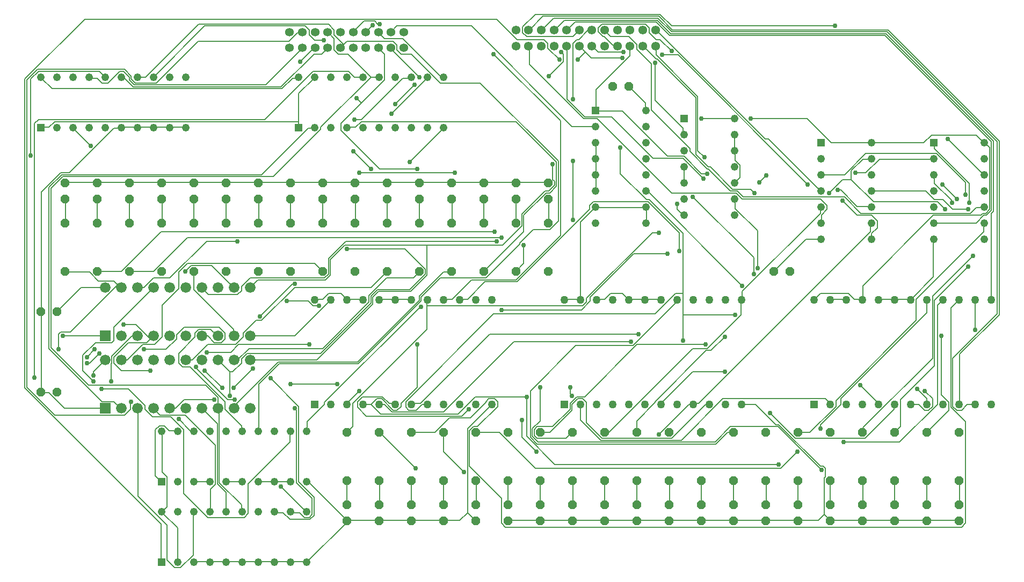
<source format=gbr>
G04 EAGLE Gerber RS-274X export*
G75*
%MOMM*%
%FSLAX34Y34*%
%LPD*%
%INTop Copper*%
%IPPOS*%
%AMOC8*
5,1,8,0,0,1.08239X$1,22.5*%
G01*
%ADD10R,1.258000X1.258000*%
%ADD11C,1.258000*%
%ADD12R,1.676400X1.676400*%
%ADD13C,1.676400*%
%ADD14R,1.238000X1.238000*%
%ADD15C,1.238000*%
%ADD16P,1.429621X8X292.500000*%
%ADD17P,1.429621X8X112.500000*%
%ADD18C,1.381000*%
%ADD19P,1.429621X8X22.500000*%
%ADD20C,1.358000*%
%ADD21C,0.152400*%
%ADD22C,0.756400*%


D10*
X482600Y311150D03*
D11*
X508000Y311150D03*
X533400Y311150D03*
X558800Y311150D03*
X584200Y311150D03*
X609600Y311150D03*
X635000Y311150D03*
X660400Y311150D03*
X685800Y311150D03*
X711200Y311150D03*
X736600Y311150D03*
X762000Y311150D03*
X762000Y476250D03*
X736600Y476250D03*
X711200Y476250D03*
X685800Y476250D03*
X660400Y476250D03*
X635000Y476250D03*
X609600Y476250D03*
X584200Y476250D03*
X558800Y476250D03*
X533400Y476250D03*
X508000Y476250D03*
X482600Y476250D03*
D10*
X876300Y311150D03*
D11*
X901700Y311150D03*
X927100Y311150D03*
X952500Y311150D03*
X977900Y311150D03*
X1003300Y311150D03*
X1028700Y311150D03*
X1054100Y311150D03*
X1079500Y311150D03*
X1104900Y311150D03*
X1130300Y311150D03*
X1155700Y311150D03*
X1155700Y476250D03*
X1130300Y476250D03*
X1104900Y476250D03*
X1079500Y476250D03*
X1054100Y476250D03*
X1028700Y476250D03*
X1003300Y476250D03*
X977900Y476250D03*
X952500Y476250D03*
X927100Y476250D03*
X901700Y476250D03*
X876300Y476250D03*
D10*
X1270000Y311150D03*
D11*
X1295400Y311150D03*
X1320800Y311150D03*
X1346200Y311150D03*
X1371600Y311150D03*
X1397000Y311150D03*
X1422400Y311150D03*
X1447800Y311150D03*
X1473200Y311150D03*
X1498600Y311150D03*
X1524000Y311150D03*
X1549400Y311150D03*
X1549400Y476250D03*
X1524000Y476250D03*
X1498600Y476250D03*
X1473200Y476250D03*
X1447800Y476250D03*
X1422400Y476250D03*
X1397000Y476250D03*
X1371600Y476250D03*
X1346200Y476250D03*
X1320800Y476250D03*
X1295400Y476250D03*
X1270000Y476250D03*
D12*
X152400Y304800D03*
D13*
X177800Y304800D03*
X203200Y304800D03*
X228600Y304800D03*
X254000Y304800D03*
X279400Y304800D03*
X304800Y304800D03*
X330200Y304800D03*
X355600Y304800D03*
X381000Y304800D03*
X381000Y381000D03*
X355600Y381000D03*
X330200Y381000D03*
X304800Y381000D03*
X279400Y381000D03*
X254000Y381000D03*
X228600Y381000D03*
X203200Y381000D03*
X177800Y381000D03*
X152400Y381000D03*
D12*
X152400Y419100D03*
D13*
X177800Y419100D03*
X203200Y419100D03*
X228600Y419100D03*
X254000Y419100D03*
X279400Y419100D03*
X304800Y419100D03*
X330200Y419100D03*
X355600Y419100D03*
X381000Y419100D03*
X381000Y495300D03*
X355600Y495300D03*
X330200Y495300D03*
X304800Y495300D03*
X279400Y495300D03*
X254000Y495300D03*
X228600Y495300D03*
X203200Y495300D03*
X177800Y495300D03*
X152400Y495300D03*
D14*
X457200Y747700D03*
D15*
X482600Y747700D03*
X508000Y747700D03*
X533400Y747700D03*
X558800Y747700D03*
X584200Y747700D03*
X609600Y747700D03*
X635000Y747700D03*
X660400Y747700D03*
X685800Y747700D03*
X685800Y827100D03*
X660400Y827100D03*
X635000Y827100D03*
X609600Y827100D03*
X584200Y827100D03*
X558800Y827100D03*
X533400Y827100D03*
X508000Y827100D03*
X482600Y827100D03*
X457200Y827100D03*
D14*
X50800Y747700D03*
D15*
X76200Y747700D03*
X101600Y747700D03*
X127000Y747700D03*
X152400Y747700D03*
X177800Y747700D03*
X203200Y747700D03*
X228600Y747700D03*
X254000Y747700D03*
X279400Y747700D03*
X279400Y827100D03*
X254000Y827100D03*
X228600Y827100D03*
X203200Y827100D03*
X177800Y827100D03*
X152400Y827100D03*
X127000Y827100D03*
X101600Y827100D03*
X76200Y827100D03*
X50800Y827100D03*
D14*
X925500Y774700D03*
D15*
X925500Y749300D03*
X925500Y723900D03*
X925500Y698500D03*
X925500Y673100D03*
X925500Y647700D03*
X925500Y622300D03*
X925500Y596900D03*
X1004900Y596900D03*
X1004900Y622300D03*
X1004900Y647700D03*
X1004900Y673100D03*
X1004900Y698500D03*
X1004900Y723900D03*
X1004900Y749300D03*
X1004900Y774700D03*
D14*
X241300Y61900D03*
D15*
X266700Y61900D03*
X292100Y61900D03*
X317500Y61900D03*
X342900Y61900D03*
X368300Y61900D03*
X393700Y61900D03*
X419100Y61900D03*
X444500Y61900D03*
X469900Y61900D03*
X469900Y141300D03*
X444500Y141300D03*
X419100Y141300D03*
X393700Y141300D03*
X368300Y141300D03*
X342900Y141300D03*
X317500Y141300D03*
X292100Y141300D03*
X266700Y141300D03*
X241300Y141300D03*
D14*
X241300Y188900D03*
D15*
X266700Y188900D03*
X292100Y188900D03*
X317500Y188900D03*
X342900Y188900D03*
X368300Y188900D03*
X393700Y188900D03*
X419100Y188900D03*
X444500Y188900D03*
X469900Y188900D03*
X469900Y268300D03*
X444500Y268300D03*
X419100Y268300D03*
X393700Y268300D03*
X368300Y268300D03*
X342900Y268300D03*
X317500Y268300D03*
X292100Y268300D03*
X266700Y268300D03*
X241300Y268300D03*
D14*
X1458900Y723900D03*
D15*
X1458900Y698500D03*
X1458900Y673100D03*
X1458900Y647700D03*
X1458900Y622300D03*
X1458900Y596900D03*
X1458900Y571500D03*
X1538300Y571500D03*
X1538300Y596900D03*
X1538300Y622300D03*
X1538300Y647700D03*
X1538300Y673100D03*
X1538300Y698500D03*
X1538300Y723900D03*
D14*
X1281100Y723900D03*
D15*
X1281100Y698500D03*
X1281100Y673100D03*
X1281100Y647700D03*
X1281100Y622300D03*
X1281100Y596900D03*
X1281100Y571500D03*
X1360500Y571500D03*
X1360500Y596900D03*
X1360500Y622300D03*
X1360500Y647700D03*
X1360500Y673100D03*
X1360500Y698500D03*
X1360500Y723900D03*
D14*
X1065200Y762000D03*
D15*
X1065200Y736600D03*
X1065200Y711200D03*
X1065200Y685800D03*
X1065200Y660400D03*
X1065200Y635000D03*
X1065200Y609600D03*
X1144600Y609600D03*
X1144600Y635000D03*
X1144600Y660400D03*
X1144600Y685800D03*
X1144600Y711200D03*
X1144600Y736600D03*
X1144600Y762000D03*
D16*
X584200Y152400D03*
X584200Y127000D03*
X635000Y152400D03*
X635000Y127000D03*
X685800Y152400D03*
X685800Y127000D03*
X736600Y152400D03*
X736600Y127000D03*
X787400Y152400D03*
X787400Y127000D03*
X838200Y152400D03*
X838200Y127000D03*
X889000Y152400D03*
X889000Y127000D03*
X939800Y152400D03*
X939800Y127000D03*
X990600Y152400D03*
X990600Y127000D03*
X1041400Y152400D03*
X1041400Y127000D03*
X1092200Y152400D03*
X1092200Y127000D03*
X1143000Y152400D03*
X1143000Y127000D03*
X1193800Y152400D03*
X1193800Y127000D03*
X1244600Y152400D03*
X1244600Y127000D03*
X1295400Y152400D03*
X1295400Y127000D03*
X1346200Y152400D03*
X1346200Y127000D03*
X1397000Y152400D03*
X1397000Y127000D03*
X1447800Y152400D03*
X1447800Y127000D03*
X1498600Y152400D03*
X1498600Y127000D03*
D17*
X584200Y190500D03*
X584200Y266700D03*
X635000Y190500D03*
X635000Y266700D03*
X685800Y190500D03*
X685800Y266700D03*
X736600Y190500D03*
X736600Y266700D03*
X787400Y190500D03*
X787400Y266700D03*
X838200Y190500D03*
X838200Y266700D03*
X889000Y190500D03*
X889000Y266700D03*
X939800Y190500D03*
X939800Y266700D03*
X990600Y190500D03*
X990600Y266700D03*
X1041400Y190500D03*
X1041400Y266700D03*
X1092200Y190500D03*
X1092200Y266700D03*
X1143000Y190500D03*
X1143000Y266700D03*
X1193800Y190500D03*
X1193800Y266700D03*
X1244600Y190500D03*
X1244600Y266700D03*
X1295400Y190500D03*
X1295400Y266700D03*
X1346200Y190500D03*
X1346200Y266700D03*
X1397000Y190500D03*
X1397000Y266700D03*
X1447800Y190500D03*
X1447800Y266700D03*
X1498600Y190500D03*
X1498600Y266700D03*
X533400Y190500D03*
X533400Y266700D03*
D16*
X533400Y152400D03*
X533400Y127000D03*
D18*
X800100Y901700D03*
X800100Y876700D03*
X820100Y901700D03*
X820100Y876700D03*
X840100Y901700D03*
X840100Y876700D03*
X860100Y901700D03*
X860100Y876700D03*
X880100Y901700D03*
X880100Y876700D03*
X900100Y901700D03*
X900100Y876700D03*
X920100Y901700D03*
X920100Y876700D03*
X940100Y901700D03*
X940100Y876700D03*
X960100Y901700D03*
X960100Y876700D03*
X980100Y901700D03*
X980100Y876700D03*
X1000100Y901700D03*
X1000100Y876700D03*
X1020100Y901700D03*
X1020100Y876700D03*
D19*
X952500Y812800D03*
X977900Y812800D03*
X1206500Y520700D03*
X1231900Y520700D03*
X50800Y457200D03*
X76200Y457200D03*
X50800Y330200D03*
X76200Y330200D03*
D17*
X800100Y635000D03*
X800100Y660400D03*
X749300Y635000D03*
X749300Y660400D03*
X698500Y635000D03*
X698500Y660400D03*
X647700Y635000D03*
X647700Y660400D03*
X596900Y635000D03*
X596900Y660400D03*
X546100Y635000D03*
X546100Y660400D03*
X495300Y635000D03*
X495300Y660400D03*
X444500Y635000D03*
X444500Y660400D03*
X393700Y635000D03*
X393700Y660400D03*
X342900Y635000D03*
X342900Y660400D03*
X292100Y635000D03*
X292100Y660400D03*
X241300Y635000D03*
X241300Y660400D03*
X190500Y635000D03*
X190500Y660400D03*
X139700Y635000D03*
X139700Y660400D03*
X88900Y635000D03*
X88900Y660400D03*
X850900Y635000D03*
X850900Y660400D03*
D16*
X800100Y596900D03*
X800100Y520700D03*
X749300Y596900D03*
X749300Y520700D03*
X698500Y596900D03*
X698500Y520700D03*
X647700Y596900D03*
X647700Y520700D03*
X596900Y596900D03*
X596900Y520700D03*
X546100Y596900D03*
X546100Y520700D03*
X495300Y596900D03*
X495300Y520700D03*
X444500Y596900D03*
X444500Y520700D03*
X393700Y596900D03*
X393700Y520700D03*
X342900Y596900D03*
X342900Y520700D03*
X292100Y596900D03*
X292100Y520700D03*
X241300Y596900D03*
X241300Y520700D03*
X190500Y596900D03*
X190500Y520700D03*
X139700Y596900D03*
X139700Y520700D03*
X88900Y596900D03*
X88900Y520700D03*
X850900Y596900D03*
X850900Y520700D03*
D20*
X443400Y898600D03*
X443400Y873600D03*
X463400Y898600D03*
X463400Y873600D03*
X483400Y898600D03*
X483400Y873600D03*
X503400Y898600D03*
X503400Y873600D03*
X523400Y898600D03*
X523400Y873600D03*
X543400Y898600D03*
X543400Y873600D03*
X563400Y898600D03*
X563400Y873600D03*
X583400Y898600D03*
X583400Y873600D03*
X603400Y898600D03*
X603400Y873600D03*
X623400Y898600D03*
X623400Y873600D03*
D21*
X609600Y477012D02*
X585216Y477012D01*
X584200Y476250D01*
X609600Y477012D02*
X633984Y477012D01*
X635000Y476250D01*
X609600Y476250D02*
X609600Y477012D01*
X451104Y419100D02*
X381000Y419100D01*
X451104Y419100D02*
X507492Y475488D01*
X508000Y476250D01*
X1144524Y711708D02*
X1144524Y736092D01*
X1144524Y711708D02*
X1144600Y711200D01*
X1144524Y736092D02*
X1144600Y736600D01*
X1065276Y685800D02*
X1065276Y661416D01*
X1065200Y660400D01*
X1065276Y685800D02*
X1065200Y685800D01*
X1054608Y627888D02*
X1054608Y618744D01*
X1063752Y609600D01*
X1065200Y609600D01*
X1146048Y696468D02*
X1146048Y710184D01*
X1146048Y696468D02*
X1153668Y688848D01*
X1153668Y669036D01*
X1146048Y661416D01*
X1146048Y710184D02*
X1144600Y711200D01*
X1146048Y661416D02*
X1144600Y660400D01*
X1028700Y477012D02*
X1004316Y477012D01*
X1003300Y476250D01*
X1028700Y476250D02*
X1028700Y477012D01*
X940308Y477012D02*
X928116Y477012D01*
X940308Y477012D02*
X949452Y486156D01*
X967740Y486156D01*
X976884Y477012D01*
X928116Y477012D02*
X927100Y476250D01*
X976884Y477012D02*
X977900Y476250D01*
X978408Y477012D02*
X1002792Y477012D01*
X1003300Y476250D01*
X978408Y477012D02*
X977900Y476250D01*
X926592Y673608D02*
X926592Y697992D01*
X926592Y673608D02*
X925500Y673100D01*
X926592Y697992D02*
X925500Y698500D01*
X926592Y699516D02*
X926592Y723900D01*
X925500Y723900D01*
X926592Y699516D02*
X925500Y698500D01*
X926592Y672084D02*
X926592Y647700D01*
X925500Y647700D01*
X926592Y672084D02*
X925500Y673100D01*
X685800Y746760D02*
X632460Y693420D01*
X685800Y746760D02*
X685800Y747700D01*
X278892Y748284D02*
X254508Y748284D01*
X254000Y747700D01*
X278892Y748284D02*
X279400Y747700D01*
X202692Y748284D02*
X178308Y748284D01*
X177800Y747700D01*
X202692Y748284D02*
X203200Y747700D01*
X204216Y748284D02*
X228600Y748284D01*
X204216Y748284D02*
X203200Y747700D01*
X228600Y748284D02*
X252984Y748284D01*
X254000Y747700D01*
X228600Y747700D02*
X228600Y748284D01*
X64008Y329184D02*
X51816Y329184D01*
X64008Y329184D02*
X88392Y304800D01*
X152400Y304800D01*
X51816Y329184D02*
X50800Y330200D01*
X51816Y330708D02*
X51816Y457200D01*
X51816Y330708D02*
X50800Y330200D01*
X85344Y419100D02*
X152400Y419100D01*
X166116Y746760D02*
X176784Y746760D01*
X166116Y746760D02*
X96012Y676656D01*
X82296Y676656D01*
X51816Y646176D01*
X51816Y457200D01*
X176784Y746760D02*
X177800Y747700D01*
X51816Y457200D02*
X50800Y457200D01*
X1347216Y128016D02*
X1395984Y128016D01*
X1347216Y128016D02*
X1346200Y127000D01*
X1395984Y128016D02*
X1397000Y127000D01*
X1397508Y128016D02*
X1447800Y128016D01*
X1397508Y128016D02*
X1397000Y127000D01*
X1447800Y128016D02*
X1498092Y128016D01*
X1447800Y128016D02*
X1447800Y127000D01*
X1498092Y128016D02*
X1498600Y127000D01*
X1281100Y571500D02*
X1257300Y571500D01*
X1206500Y520700D01*
X1295400Y477012D02*
X1319784Y477012D01*
X1295400Y477012D02*
X1295400Y476250D01*
X1319784Y477012D02*
X1320800Y476250D01*
X1371600Y477012D02*
X1395984Y477012D01*
X1371600Y477012D02*
X1371600Y476250D01*
X1395984Y477012D02*
X1397000Y476250D01*
X1458468Y512064D02*
X1458468Y571500D01*
X1458468Y512064D02*
X1423416Y477012D01*
X1458468Y571500D02*
X1458900Y571500D01*
X1423416Y477012D02*
X1422400Y476250D01*
X1421892Y477012D02*
X1397508Y477012D01*
X1397000Y476250D01*
X1421892Y477012D02*
X1422400Y476250D01*
X1243584Y128016D02*
X1194816Y128016D01*
X1193800Y127000D01*
X1243584Y128016D02*
X1244600Y127000D01*
X1178052Y310896D02*
X1156716Y310896D01*
X1178052Y310896D02*
X1210056Y278892D01*
X1214628Y278892D01*
X1280160Y213360D01*
X1284732Y213360D01*
X1287780Y210312D01*
X1287780Y196596D01*
X1286256Y195072D01*
X1286256Y137160D01*
X1295400Y128016D01*
X1156716Y310896D02*
X1155700Y311150D01*
X1245108Y128016D02*
X1277112Y128016D01*
X1286256Y137160D01*
X1245108Y128016D02*
X1244600Y127000D01*
X316992Y188976D02*
X292608Y188976D01*
X292100Y188900D01*
X316992Y188976D02*
X317500Y188900D01*
X394716Y188976D02*
X419100Y188976D01*
X394716Y188976D02*
X393700Y188900D01*
X419100Y188976D02*
X443484Y188976D01*
X444500Y188900D01*
X419100Y188976D02*
X419100Y188900D01*
X367284Y188976D02*
X342900Y188976D01*
X342900Y188900D01*
X367284Y188976D02*
X368300Y188900D01*
X890016Y128016D02*
X938784Y128016D01*
X890016Y128016D02*
X889000Y127000D01*
X938784Y128016D02*
X939800Y127000D01*
X940308Y128016D02*
X990600Y128016D01*
X940308Y128016D02*
X939800Y127000D01*
X1042416Y128016D02*
X1091184Y128016D01*
X1042416Y128016D02*
X1041400Y127000D01*
X1091184Y128016D02*
X1092200Y127000D01*
X1092708Y128016D02*
X1143000Y128016D01*
X1092708Y128016D02*
X1092200Y127000D01*
X1040892Y128016D02*
X990600Y128016D01*
X990600Y127000D01*
X1040892Y128016D02*
X1041400Y127000D01*
X316992Y62484D02*
X292608Y62484D01*
X292100Y61900D01*
X316992Y62484D02*
X317500Y61900D01*
X318516Y62484D02*
X342900Y62484D01*
X318516Y62484D02*
X317500Y61900D01*
X445008Y62484D02*
X469392Y62484D01*
X445008Y62484D02*
X444500Y61900D01*
X469392Y62484D02*
X469900Y61900D01*
X393192Y62484D02*
X368808Y62484D01*
X368300Y61900D01*
X393192Y62484D02*
X393700Y61900D01*
X394716Y62484D02*
X419100Y62484D01*
X394716Y62484D02*
X393700Y61900D01*
X419100Y62484D02*
X443484Y62484D01*
X444500Y61900D01*
X419100Y61900D02*
X419100Y62484D01*
X367284Y62484D02*
X342900Y62484D01*
X342900Y61900D01*
X367284Y62484D02*
X368300Y61900D01*
X533400Y128016D02*
X583692Y128016D01*
X584200Y127000D01*
X585216Y128016D02*
X633984Y128016D01*
X635000Y127000D01*
X585216Y128016D02*
X584200Y127000D01*
X723900Y272796D02*
X762000Y310896D01*
X723900Y272796D02*
X723900Y140208D01*
X736092Y128016D01*
X762000Y310896D02*
X762000Y311150D01*
X736092Y128016D02*
X736600Y127000D01*
X711708Y128016D02*
X685800Y128016D01*
X711708Y128016D02*
X723900Y140208D01*
X787908Y128016D02*
X838200Y128016D01*
X787908Y128016D02*
X787400Y127000D01*
X685800Y128016D02*
X635508Y128016D01*
X635000Y127000D01*
X685800Y127000D02*
X685800Y128016D01*
X533400Y124968D02*
X470916Y62484D01*
X533400Y124968D02*
X533400Y127000D01*
X470916Y62484D02*
X469900Y61900D01*
X838200Y128016D02*
X888492Y128016D01*
X889000Y127000D01*
X838200Y127000D02*
X838200Y128016D01*
X473964Y187452D02*
X470916Y187452D01*
X473964Y187452D02*
X533400Y128016D01*
X470916Y187452D02*
X469900Y188900D01*
X533400Y128016D02*
X533400Y127000D01*
X1143000Y128016D02*
X1193292Y128016D01*
X1193800Y127000D01*
X1143000Y127000D02*
X1143000Y128016D01*
X1295400Y128016D02*
X1345692Y128016D01*
X1346200Y127000D01*
X1295400Y127000D02*
X1295400Y128016D01*
X1146048Y620268D02*
X1146048Y633984D01*
X1146048Y620268D02*
X1181100Y585216D01*
X1181100Y525780D01*
X1146048Y633984D02*
X1144600Y635000D01*
D22*
X1054608Y627888D03*
X632460Y693420D03*
X85344Y419100D03*
X1181100Y525780D03*
D21*
X291084Y140208D02*
X291084Y73152D01*
X271272Y53340D01*
X262128Y53340D01*
X249936Y65532D01*
X249936Y120396D01*
X204216Y166116D01*
X204216Y304800D01*
X292100Y141300D02*
X291084Y140208D01*
X204216Y304800D02*
X203200Y304800D01*
X964692Y675132D02*
X964692Y716280D01*
X964692Y675132D02*
X1005840Y633984D01*
X1010412Y633984D01*
X1063752Y580644D01*
X1063752Y452628D02*
X1063752Y411480D01*
X1063752Y452628D02*
X1063752Y486156D01*
X1063752Y580644D01*
X659892Y310896D02*
X652272Y310896D01*
X643128Y301752D01*
X630936Y301752D01*
X626364Y306324D01*
X626364Y315468D01*
X765048Y454152D01*
X1019556Y454152D01*
X1051560Y486156D01*
X1063752Y486156D01*
X660400Y311150D02*
X659892Y310896D01*
X1447800Y311150D02*
X1447800Y320040D01*
X1432560Y335280D01*
X1146048Y452628D02*
X1063752Y452628D01*
D22*
X964692Y716280D03*
X1063752Y411480D03*
X1432560Y335280D03*
X1146048Y452628D03*
D21*
X649224Y312420D02*
X635508Y312420D01*
X649224Y312420D02*
X758952Y422148D01*
X993648Y422148D01*
X635508Y312420D02*
X635000Y311150D01*
X1423416Y310896D02*
X1435608Y310896D01*
X1444752Y301752D01*
X1450848Y301752D01*
X1456944Y307848D01*
X1456944Y320040D01*
X1444752Y332232D01*
X1129284Y362712D02*
X1078992Y362712D01*
X1028700Y312420D01*
X1422400Y311150D02*
X1423416Y310896D01*
X1028700Y311150D02*
X1028700Y312420D01*
D22*
X993648Y422148D03*
X1444752Y332232D03*
X1129284Y362712D03*
D21*
X609600Y312420D02*
X600456Y312420D01*
X589788Y323088D01*
X557784Y323088D01*
X550164Y315468D01*
X550164Y306324D01*
X563880Y292608D01*
X714756Y292608D01*
X725424Y303276D01*
X609600Y311150D02*
X609600Y312420D01*
X1395984Y310896D02*
X1395984Y303276D01*
X1350264Y257556D01*
X1240536Y257556D01*
X1200912Y297180D01*
X1395984Y310896D02*
X1397000Y311150D01*
D22*
X725424Y303276D03*
X1200912Y297180D03*
D21*
X592836Y310896D02*
X585216Y310896D01*
X592836Y310896D02*
X605028Y298704D01*
X685800Y298704D01*
X797052Y409956D01*
X981456Y409956D01*
X585216Y310896D02*
X584200Y311150D01*
X1342644Y341376D02*
X1371600Y312420D01*
X1156716Y498348D02*
X1007364Y647700D01*
X1004900Y647700D01*
X1371600Y312420D02*
X1371600Y311150D01*
D22*
X981456Y409956D03*
X1342644Y341376D03*
X1156716Y498348D03*
D21*
X553212Y332232D02*
X533400Y312420D01*
X533400Y311150D01*
X228600Y521208D02*
X190500Y521208D01*
X228600Y521208D02*
X281940Y574548D01*
X777240Y574548D01*
X190500Y521208D02*
X190500Y520700D01*
D22*
X553212Y332232D03*
X777240Y574548D03*
D21*
X266700Y115824D02*
X266700Y61900D01*
X266700Y115824D02*
X242316Y140208D01*
X241300Y141300D01*
X242316Y204216D02*
X242316Y268224D01*
X242316Y204216D02*
X249936Y196596D01*
X249936Y149352D01*
X242316Y141732D01*
X242316Y268224D02*
X241300Y268300D01*
X242316Y141732D02*
X241300Y141300D01*
X483108Y477012D02*
X495300Y477012D01*
X504444Y486156D01*
X524256Y486156D01*
X533400Y477012D01*
X483108Y477012D02*
X482600Y476250D01*
X533400Y477012D02*
X557784Y477012D01*
X558800Y476250D01*
X533400Y476250D02*
X533400Y477012D01*
X457200Y826008D02*
X448056Y826008D01*
X431292Y809244D01*
X68580Y809244D01*
X51816Y826008D01*
X457200Y826008D02*
X457200Y827100D01*
X51816Y826008D02*
X50800Y827100D01*
X114300Y495300D02*
X152400Y495300D01*
X114300Y495300D02*
X76200Y457200D01*
X134112Y362712D02*
X134112Y356616D01*
X134112Y362712D02*
X152400Y381000D01*
X1333500Y477012D02*
X1345692Y477012D01*
X1333500Y477012D02*
X1324356Y486156D01*
X1280160Y486156D01*
X1271016Y477012D01*
X1345692Y477012D02*
X1346200Y476250D01*
X1271016Y477012D02*
X1270000Y476250D01*
X1360500Y723900D02*
X1443228Y723900D01*
X1455420Y736092D01*
X1525524Y736092D01*
X1537716Y723900D01*
X1538300Y723900D01*
X1347216Y498348D02*
X1347216Y477012D01*
X1347216Y498348D02*
X1458468Y609600D01*
X1533144Y609600D01*
X1536192Y612648D01*
X1540764Y612648D01*
X1546860Y618744D01*
X1546860Y716280D01*
X1539240Y723900D01*
X1347216Y477012D02*
X1346200Y476250D01*
X1538300Y723900D02*
X1539240Y723900D01*
X900684Y477012D02*
X876300Y477012D01*
X876300Y476250D01*
X900684Y477012D02*
X901700Y476250D01*
X926592Y621792D02*
X1004316Y621792D01*
X926592Y621792D02*
X925500Y622300D01*
X1004316Y621792D02*
X1004900Y622300D01*
X1005840Y621792D02*
X1005840Y597408D01*
X1004900Y596900D01*
X1005840Y621792D02*
X1004900Y622300D01*
X902208Y598932D02*
X902208Y477012D01*
X902208Y598932D02*
X925068Y621792D01*
X902208Y477012D02*
X901700Y476250D01*
X925068Y621792D02*
X925500Y622300D01*
X1004316Y775716D02*
X1004316Y786384D01*
X977900Y812800D01*
X1004316Y775716D02*
X1004900Y774700D01*
X1092708Y762000D02*
X1144600Y762000D01*
X1296924Y723900D02*
X1360500Y723900D01*
X1296924Y723900D02*
X1258824Y762000D01*
X1170432Y762000D01*
D22*
X134112Y356616D03*
X1092708Y762000D03*
X1170432Y762000D03*
D21*
X266700Y269748D02*
X252984Y269748D01*
X245364Y277368D01*
X237744Y277368D01*
X231648Y271272D01*
X231648Y198120D01*
X240792Y188976D01*
X266700Y268300D02*
X266700Y269748D01*
X241300Y188900D02*
X240792Y188976D01*
X1373124Y697992D02*
X1458468Y697992D01*
X1373124Y697992D02*
X1351788Y676656D01*
X1335024Y676656D01*
X967740Y858012D02*
X918972Y858012D01*
X909828Y867156D02*
X900684Y876300D01*
X909828Y867156D02*
X918972Y858012D01*
X1458468Y697992D02*
X1458900Y698500D01*
X900684Y876300D02*
X900100Y876700D01*
X240792Y121920D02*
X240792Y62484D01*
X240792Y121920D02*
X25908Y336804D01*
X25908Y824484D01*
X120396Y918972D01*
X769620Y918972D01*
X801624Y886968D01*
X844296Y886968D01*
X850392Y880872D01*
X850392Y873252D01*
X868680Y854964D01*
X897636Y854964D02*
X909828Y867156D01*
X240792Y62484D02*
X241300Y61900D01*
D22*
X1335024Y676656D03*
X967740Y858012D03*
X868680Y854964D03*
X897636Y854964D03*
D21*
X318516Y176784D02*
X318516Y141732D01*
X318516Y176784D02*
X326136Y184404D01*
X326136Y246888D01*
X278892Y294132D01*
X239268Y294132D01*
X228600Y304800D01*
X317500Y141300D02*
X318516Y141732D01*
X455676Y897636D02*
X463296Y897636D01*
X455676Y897636D02*
X441960Y883920D01*
X298704Y883920D01*
X233172Y818388D01*
X199644Y818388D01*
X193548Y824484D01*
X193548Y829056D01*
X182880Y839724D01*
X45720Y839724D01*
X28956Y822960D01*
X28956Y338328D01*
X73152Y294132D01*
X182880Y294132D01*
X192024Y303276D01*
X192024Y313944D01*
X193548Y315468D01*
X463296Y897636D02*
X463400Y898600D01*
D22*
X193548Y315468D03*
D21*
X342900Y172212D02*
X342900Y141300D01*
X342900Y172212D02*
X329184Y185928D01*
X329184Y280416D01*
X304800Y304800D01*
X545592Y827532D02*
X557784Y827532D01*
X545592Y827532D02*
X536448Y836676D01*
X480060Y836676D01*
X403860Y760476D01*
X47244Y760476D01*
X41148Y754380D01*
X41148Y353568D01*
X557784Y827532D02*
X558800Y827100D01*
D22*
X41148Y353568D03*
D21*
X571500Y827532D02*
X583692Y827532D01*
X571500Y827532D02*
X534924Y864108D01*
X519684Y864108D01*
X513588Y870204D01*
X513588Y888492D01*
X504444Y897636D01*
X583692Y827532D02*
X584200Y827100D01*
X504444Y897636D02*
X503400Y898600D01*
X367284Y152400D02*
X367284Y141732D01*
X367284Y152400D02*
X332232Y187452D01*
X332232Y303276D01*
X330708Y304800D01*
X367284Y141732D02*
X368300Y141300D01*
X492252Y748284D02*
X571500Y827532D01*
X492252Y748284D02*
X492252Y745236D01*
X417576Y670560D01*
X85344Y670560D01*
X67056Y652272D01*
X67056Y400812D01*
X126492Y341376D01*
X310896Y341376D01*
X330708Y321564D01*
X330708Y304800D01*
X330200Y304800D01*
X348996Y324612D02*
X348996Y362712D01*
X330708Y381000D01*
X330200Y381000D01*
X533400Y556260D02*
X624840Y556260D01*
X656844Y524256D01*
X656844Y516636D01*
X632460Y492252D01*
X582168Y492252D01*
X571500Y481584D01*
X571500Y470916D01*
X492252Y391668D01*
X376428Y391668D01*
X367284Y382524D01*
X367284Y376428D01*
X353568Y362712D01*
X348996Y362712D01*
D22*
X348996Y324612D03*
X533400Y556260D03*
D21*
X582168Y911352D02*
X585216Y911352D01*
X582168Y911352D02*
X577596Y915924D01*
X560832Y915924D01*
X544068Y899160D01*
X543400Y898600D01*
X432816Y140208D02*
X419100Y140208D01*
X432816Y140208D02*
X443484Y129540D01*
X475488Y129540D01*
X481584Y135636D01*
X481584Y164592D01*
X457200Y188976D01*
X457200Y307848D01*
X413004Y352044D01*
X419100Y141300D02*
X419100Y140208D01*
X621792Y826008D02*
X633984Y826008D01*
X621792Y826008D02*
X556260Y760476D01*
X545592Y760476D01*
X544068Y710184D02*
X571500Y682752D01*
X633984Y826008D02*
X635000Y827100D01*
D22*
X585216Y911352D03*
X413004Y352044D03*
X545592Y760476D03*
X544068Y710184D03*
X571500Y682752D03*
D21*
X563880Y899160D02*
X574548Y909828D01*
X563880Y899160D02*
X563400Y898600D01*
X458724Y140208D02*
X445008Y140208D01*
X458724Y140208D02*
X466344Y132588D01*
X473964Y132588D01*
X478536Y137160D01*
X478536Y163068D01*
X454152Y187452D01*
X454152Y301752D01*
X451104Y304800D01*
X473964Y405384D02*
X362712Y405384D01*
X350520Y393192D01*
X312420Y393192D01*
X444500Y141300D02*
X445008Y140208D01*
X603504Y769620D02*
X659892Y826008D01*
X451104Y501396D02*
X448056Y501396D01*
X396240Y449580D01*
X659892Y826008D02*
X660400Y827100D01*
D22*
X574548Y909828D03*
X451104Y304800D03*
X473964Y405384D03*
X312420Y393192D03*
X603504Y769620D03*
X451104Y501396D03*
X396240Y449580D03*
D21*
X682752Y827532D02*
X685800Y827532D01*
X682752Y827532D02*
X621792Y888492D01*
X592836Y888492D01*
X583692Y897636D01*
X685800Y827532D02*
X685800Y827100D01*
X583692Y897636D02*
X583400Y898600D01*
X429768Y181356D02*
X469392Y141732D01*
X356616Y318516D02*
X345948Y318516D01*
X295656Y368808D01*
X295656Y370332D01*
X469392Y141732D02*
X469900Y141300D01*
X128016Y376428D02*
X123444Y376428D01*
X128016Y376428D02*
X143256Y391668D01*
D22*
X429768Y181356D03*
X356616Y318516D03*
X295656Y370332D03*
X123444Y376428D03*
X143256Y391668D03*
D21*
X470916Y283464D02*
X470916Y269748D01*
X470916Y283464D02*
X498348Y310896D01*
X498348Y313944D01*
X649224Y464820D01*
X650748Y464820D01*
X644652Y682752D02*
X585216Y682752D01*
X524256Y743712D01*
X524256Y754380D01*
X556260Y786384D02*
X592836Y822960D01*
X556260Y786384D02*
X524256Y754380D01*
X592836Y822960D02*
X592836Y864108D01*
X583692Y873252D01*
X470916Y269748D02*
X469900Y268300D01*
X583692Y873252D02*
X583400Y873600D01*
X548640Y794004D02*
X556260Y786384D01*
X213360Y495300D02*
X203200Y495300D01*
X213360Y495300D02*
X228600Y510540D01*
X254508Y510540D01*
X312420Y568452D01*
X361188Y568452D01*
D22*
X650748Y464820D03*
X644652Y682752D03*
X548640Y794004D03*
X361188Y568452D03*
D21*
X443484Y268224D02*
X443484Y251460D01*
X377952Y185928D01*
X377952Y138684D01*
X371856Y132588D01*
X313944Y132588D01*
X275844Y170688D01*
X275844Y271272D01*
X256032Y291084D01*
X227076Y291084D01*
X214884Y303276D01*
X214884Y309372D01*
X188976Y335280D01*
X146304Y335280D01*
X134112Y347472D02*
X117348Y364236D01*
X117348Y388620D01*
X137160Y408432D01*
X163068Y408432D01*
X166116Y411480D01*
X166116Y432816D01*
X228600Y495300D01*
X443484Y268224D02*
X444500Y268300D01*
D22*
X146304Y335280D03*
X134112Y347472D03*
D21*
X531876Y568452D02*
X769620Y568452D01*
X531876Y568452D02*
X504444Y541020D01*
X504444Y516636D01*
X498348Y510540D01*
X381000Y510540D01*
X367284Y496824D01*
X367284Y490728D01*
X361188Y484632D01*
X315468Y484632D01*
X304800Y495300D01*
X483108Y885444D02*
X496824Y885444D01*
X483108Y885444D02*
X473964Y894588D01*
X473964Y902208D01*
X467868Y908304D01*
X309372Y908304D01*
X228600Y827532D01*
X228600Y827100D01*
D22*
X769620Y568452D03*
X496824Y885444D03*
D21*
X394716Y342900D02*
X394716Y269748D01*
X394716Y342900D02*
X426720Y374904D01*
X551688Y374904D01*
X650748Y473964D01*
X650748Y480060D01*
X681228Y510540D01*
X752856Y510540D01*
X806196Y563880D01*
X806196Y565404D01*
X827532Y586740D01*
X853440Y586740D01*
X867156Y600456D01*
X867156Y694944D01*
X743712Y818388D01*
X681228Y818388D01*
X635508Y864108D01*
X618744Y864108D01*
X612648Y870204D01*
X612648Y877824D01*
X606552Y883920D01*
X533400Y883920D01*
X528828Y879348D02*
X524256Y874776D01*
X528828Y879348D02*
X533400Y883920D01*
X394716Y269748D02*
X393700Y268300D01*
X523400Y873600D02*
X524256Y874776D01*
X216408Y827532D02*
X204216Y827532D01*
X216408Y827532D02*
X300228Y911352D01*
X504444Y911352D01*
X513588Y902208D01*
X513588Y894588D01*
X528828Y879348D01*
X204216Y827532D02*
X203200Y827100D01*
X367284Y277368D02*
X367284Y269748D01*
X367284Y277368D02*
X341376Y303276D01*
X341376Y315468D01*
X286512Y370332D01*
X274320Y370332D01*
X268224Y376428D01*
X268224Y391668D01*
X294132Y417576D01*
X294132Y423672D01*
X300228Y429768D01*
X318516Y429768D01*
X329184Y419100D01*
X367284Y269748D02*
X368300Y268300D01*
X330200Y419100D02*
X329184Y419100D01*
X182880Y826008D02*
X178308Y826008D01*
X182880Y826008D02*
X196596Y812292D01*
X429768Y812292D01*
X481584Y864108D01*
X493776Y864108D01*
X502920Y873252D01*
X178308Y826008D02*
X177800Y827100D01*
X502920Y873252D02*
X503400Y873600D01*
X483108Y874776D02*
X460248Y851916D01*
X483400Y873600D02*
X483108Y874776D01*
X35052Y824484D02*
X35052Y704088D01*
X35052Y824484D02*
X47244Y836676D01*
X143256Y836676D01*
X152400Y827532D01*
X152400Y827100D01*
X304800Y419100D02*
X313944Y419100D01*
X324612Y408432D01*
X335280Y408432D01*
X341376Y414528D01*
X341376Y423672D01*
X332232Y432816D01*
X277368Y432816D01*
X265176Y420624D01*
X265176Y414528D01*
X248412Y397764D01*
X213360Y397764D01*
X135636Y397764D02*
X123444Y385572D01*
D22*
X460248Y851916D03*
X35052Y704088D03*
X213360Y397764D03*
X135636Y397764D03*
X123444Y385572D03*
D21*
X309372Y364236D02*
X336804Y336804D01*
X224028Y364236D02*
X178308Y364236D01*
X166116Y376428D01*
X166116Y385572D01*
X188976Y408432D01*
X217932Y408432D01*
X224028Y414528D01*
X140208Y826008D02*
X128016Y826008D01*
X140208Y826008D02*
X147828Y818388D01*
X156972Y818388D01*
X175260Y836676D01*
X181356Y836676D01*
X190500Y827532D01*
X190500Y822960D01*
X198120Y815340D01*
X405384Y815340D01*
X463296Y873252D01*
X128016Y826008D02*
X127000Y827100D01*
X463296Y873252D02*
X463400Y873600D01*
X201168Y437388D02*
X224028Y414528D01*
X201168Y437388D02*
X181356Y437388D01*
X224028Y414528D02*
X228600Y419100D01*
D22*
X336804Y336804D03*
X309372Y364236D03*
X224028Y364236D03*
X181356Y437388D03*
D21*
X286512Y269748D02*
X291084Y269748D01*
X286512Y269748D02*
X268224Y288036D01*
X161544Y347472D02*
X161544Y374904D01*
X163068Y376428D01*
X163068Y387096D01*
X195072Y419100D01*
X203200Y419100D01*
X291084Y269748D02*
X292100Y268300D01*
D22*
X268224Y288036D03*
X161544Y347472D03*
D21*
X457200Y757428D02*
X457200Y801624D01*
X457200Y757428D02*
X457200Y747700D01*
X457200Y801624D02*
X481584Y826008D01*
X482600Y827100D01*
X64008Y748284D02*
X51816Y748284D01*
X64008Y748284D02*
X73152Y757428D01*
X457200Y757428D01*
X51816Y748284D02*
X50800Y747700D01*
X1360932Y580644D02*
X1360932Y571500D01*
X1360932Y580644D02*
X1370076Y589788D01*
X1370076Y600456D01*
X1360932Y609600D01*
X1338072Y609600D01*
X1315212Y632460D01*
X1260348Y658368D02*
X1056132Y862584D01*
X1030224Y862584D01*
X969264Y867156D02*
X929640Y867156D01*
X920496Y876300D01*
X1360500Y571500D02*
X1360932Y571500D01*
X920496Y876300D02*
X920100Y876700D01*
X640080Y815340D02*
X609600Y784860D01*
X851916Y829056D02*
X874776Y851916D01*
X874776Y864108D01*
X871728Y867156D01*
D22*
X1315212Y632460D03*
X1260348Y658368D03*
X1030224Y862584D03*
X969264Y867156D03*
X609600Y784860D03*
X640080Y815340D03*
X851916Y829056D03*
X871728Y867156D03*
D21*
X129540Y719328D02*
X102108Y746760D01*
X101600Y747700D01*
D22*
X129540Y719328D03*
D21*
X472440Y746760D02*
X481584Y746760D01*
X472440Y746760D02*
X399288Y673608D01*
X83820Y673608D01*
X64008Y653796D01*
X64008Y399288D01*
X147828Y315468D01*
X166116Y315468D01*
X176784Y304800D01*
X481584Y746760D02*
X482600Y747700D01*
X177800Y304800D02*
X176784Y304800D01*
X553212Y676656D02*
X704088Y676656D01*
D22*
X704088Y676656D03*
X553212Y676656D03*
D21*
X812292Y562356D02*
X812292Y533400D01*
X800100Y521208D01*
X800100Y520700D01*
X263652Y304800D02*
X254000Y304800D01*
X263652Y304800D02*
X277368Y318516D01*
X324612Y318516D01*
X355092Y336804D02*
X385572Y367284D01*
D22*
X812292Y562356D03*
X324612Y318516D03*
X355092Y336804D03*
X385572Y367284D03*
D21*
X533400Y748284D02*
X547116Y748284D01*
X556260Y757428D01*
X800100Y757428D01*
X864108Y693420D01*
X864108Y655320D01*
X853440Y644652D01*
X847344Y644652D01*
X812292Y609600D01*
X812292Y583692D01*
X749300Y520700D01*
X533400Y747700D02*
X533400Y748284D01*
X518160Y342900D02*
X445008Y342900D01*
D22*
X445008Y342900D03*
X518160Y342900D03*
D21*
X356616Y309372D02*
X356616Y304800D01*
X356616Y309372D02*
X425196Y377952D01*
X550164Y377952D01*
X647700Y475488D01*
X647700Y481584D01*
X685800Y519684D01*
X697992Y519684D01*
X356616Y304800D02*
X355600Y304800D01*
X697992Y519684D02*
X698500Y520700D01*
X128016Y519684D02*
X89916Y519684D01*
X128016Y519684D02*
X141732Y505968D01*
X166116Y505968D01*
X172212Y499872D02*
X176784Y495300D01*
X172212Y499872D02*
X166116Y505968D01*
X89916Y519684D02*
X88900Y520700D01*
X176784Y495300D02*
X177800Y495300D01*
X172212Y499872D02*
X97536Y425196D01*
X82296Y425196D01*
X79248Y422148D01*
X79248Y397764D01*
X172212Y499872D02*
X177800Y495300D01*
D22*
X79248Y397764D03*
D21*
X902208Y310896D02*
X902208Y286512D01*
X934212Y254508D01*
X1060704Y254508D01*
X1126236Y320040D01*
X1287780Y320040D01*
X1295400Y312420D01*
X902208Y310896D02*
X901700Y311150D01*
X1295400Y311150D02*
X1295400Y312420D01*
X178308Y521208D02*
X140208Y521208D01*
X178308Y521208D02*
X240792Y583692D01*
X766572Y583692D01*
X885444Y338328D02*
X885444Y327660D01*
X888492Y324612D01*
X140208Y521208D02*
X139700Y520700D01*
D22*
X766572Y583692D03*
X885444Y338328D03*
X888492Y324612D03*
D21*
X288036Y530352D02*
X278892Y521208D01*
X288036Y530352D02*
X320040Y530352D01*
X355092Y495300D01*
X355600Y495300D01*
X559308Y310896D02*
X571500Y310896D01*
X586740Y295656D01*
X708660Y295656D01*
X736092Y323088D01*
X816864Y323088D01*
X559308Y310896D02*
X558800Y311150D01*
X861060Y216408D02*
X1214628Y216408D01*
X861060Y216408D02*
X816864Y260604D01*
X816864Y323088D01*
X472440Y473964D02*
X438912Y473964D01*
X472440Y473964D02*
X480060Y466344D01*
X489204Y466344D01*
X644652Y405384D02*
X644652Y338328D01*
X618744Y312420D01*
X618744Y307848D01*
X612648Y301752D01*
X606552Y301752D01*
X588264Y320040D01*
X580644Y320040D01*
X571500Y310896D01*
D22*
X278892Y521208D03*
X816864Y323088D03*
X1214628Y216408D03*
X438912Y473964D03*
X489204Y466344D03*
X644652Y405384D03*
D21*
X187452Y381000D02*
X177800Y381000D01*
X187452Y381000D02*
X211836Y405384D01*
X230124Y405384D01*
X242316Y417576D01*
X242316Y467868D01*
X268224Y493776D01*
X268224Y519684D01*
X281940Y533400D01*
X483108Y533400D01*
X495300Y521208D01*
X495300Y520700D01*
X289560Y381000D02*
X279400Y381000D01*
X289560Y381000D02*
X313944Y405384D01*
X358140Y405384D01*
X370332Y417576D01*
X370332Y423672D01*
X390144Y443484D01*
X399288Y443484D01*
X451104Y495300D01*
X571500Y495300D01*
X596900Y520700D01*
X361188Y381000D02*
X355600Y381000D01*
X361188Y381000D02*
X379476Y399288D01*
X495300Y399288D01*
X568452Y472440D01*
X568452Y483108D01*
X595884Y510540D01*
X638556Y510540D01*
X647700Y519684D01*
X647700Y520700D01*
X355092Y429768D02*
X355092Y419100D01*
X355092Y429768D02*
X292608Y492252D01*
X292608Y519684D01*
X355092Y419100D02*
X355600Y419100D01*
X292608Y519684D02*
X292100Y520700D01*
X1459992Y714756D02*
X1459992Y723900D01*
X1459992Y714756D02*
X1514856Y659892D01*
X1514856Y629412D01*
X1459992Y723900D02*
X1458900Y723900D01*
X672084Y266700D02*
X635000Y266700D01*
X672084Y266700D02*
X694944Y289560D01*
X728472Y289560D01*
X752856Y313944D01*
X752856Y315468D01*
X757428Y320040D01*
X766572Y320040D01*
X771144Y315468D01*
X771144Y307848D01*
X739140Y275844D01*
X733044Y275844D01*
X726948Y269748D01*
X726948Y213360D01*
X777240Y163068D01*
X777240Y123444D01*
X783336Y117348D01*
X1502664Y117348D01*
X1508760Y123444D01*
X1508760Y283464D01*
X1485900Y306324D01*
X1485900Y463296D01*
X1498092Y475488D01*
X1498600Y476250D01*
D22*
X1514856Y629412D03*
D21*
X1459992Y659892D02*
X1459992Y672084D01*
X1459992Y659892D02*
X1487424Y632460D01*
X1487424Y629412D01*
X1459992Y672084D02*
X1458900Y673100D01*
X685800Y266700D02*
X685800Y236220D01*
X717804Y204216D01*
X1316736Y251460D02*
X1405128Y251460D01*
X1464564Y310896D01*
X1464564Y467868D01*
X1472184Y475488D01*
X1473200Y476250D01*
D22*
X1487424Y629412D03*
X717804Y204216D03*
X1316736Y251460D03*
D21*
X1063752Y737616D02*
X1063752Y746760D01*
X1019556Y790956D01*
X1019556Y850392D01*
X1063752Y737616D02*
X1065200Y736600D01*
X1175004Y542544D02*
X1175004Y516636D01*
X1175004Y542544D02*
X1078992Y638556D01*
X774192Y266700D02*
X736600Y266700D01*
X774192Y266700D02*
X830580Y210312D01*
X1217676Y210312D01*
X1243584Y236220D01*
X1280160Y272796D02*
X1280160Y278892D01*
X1312164Y310896D01*
X1312164Y320040D01*
X1447800Y455676D01*
X1447800Y476250D01*
D22*
X1019556Y850392D03*
X1175004Y516636D03*
X1078992Y638556D03*
X1243584Y236220D03*
X1280160Y272796D03*
D21*
X1143000Y266700D02*
X1133856Y266700D01*
X1115568Y248412D01*
X833628Y248412D01*
X822960Y259080D01*
X822960Y332232D01*
X894588Y403860D01*
X984504Y403860D01*
X1053084Y472440D01*
X1053084Y475488D01*
X1054100Y476250D01*
X1359408Y583692D02*
X1359408Y595884D01*
X1359408Y583692D02*
X1088136Y312420D01*
X1080516Y312420D01*
X1359408Y595884D02*
X1360500Y596900D01*
X1080516Y312420D02*
X1079500Y311150D01*
X1072896Y310896D02*
X1025652Y263652D01*
X1072896Y310896D02*
X1078992Y310896D01*
X1079500Y311150D01*
D22*
X1025652Y263652D03*
D21*
X1098804Y310896D02*
X1104900Y310896D01*
X1098804Y310896D02*
X1045464Y257556D01*
X935736Y257556D01*
X911352Y281940D01*
X911352Y313944D01*
X905256Y320040D01*
X897636Y320040D01*
X888492Y310896D01*
X888492Y301752D01*
X853440Y266700D01*
X838200Y266700D01*
X1104900Y310896D02*
X1104900Y311150D01*
X1021080Y856488D02*
X1001268Y876300D01*
X1021080Y856488D02*
X1022604Y856488D01*
X1083564Y795528D01*
X1083564Y705612D01*
X1103376Y685800D01*
X1106424Y685800D01*
X1141476Y650748D01*
X1170432Y650748D01*
X1176528Y644652D01*
X1001268Y876300D02*
X1000100Y876700D01*
D22*
X1176528Y644652D03*
D21*
X1098804Y405384D02*
X990600Y405384D01*
X908304Y323088D01*
X896112Y323088D01*
X885444Y312420D01*
X885444Y303276D01*
X858012Y275844D01*
X833628Y275844D01*
X829056Y271272D01*
X829056Y262128D01*
X833628Y257556D01*
X879348Y257556D01*
X888492Y266700D01*
X889000Y266700D01*
D22*
X1098804Y405384D03*
D21*
X1280160Y612648D02*
X1280160Y621792D01*
X1280160Y612648D02*
X1156716Y489204D01*
X1156716Y477012D01*
X1280160Y621792D02*
X1281100Y622300D01*
X1156716Y477012D02*
X1155700Y476250D01*
X946404Y266700D02*
X939800Y266700D01*
X946404Y266700D02*
X1078992Y399288D01*
X1101852Y399288D01*
X1155192Y452628D01*
X1155192Y475488D01*
X1155700Y476250D01*
X990600Y284988D02*
X990600Y266700D01*
X990600Y284988D02*
X1019556Y313944D01*
X1019556Y315468D01*
X1100328Y396240D01*
X1107948Y396240D01*
X1129284Y417576D01*
D22*
X1129284Y417576D03*
D21*
X1537716Y583692D02*
X1537716Y595884D01*
X1537716Y583692D02*
X1431036Y477012D01*
X1431036Y443484D01*
X1304544Y316992D01*
X1304544Y307848D01*
X1263396Y266700D01*
X1244600Y266700D01*
X1537716Y595884D02*
X1538300Y596900D01*
X809244Y286512D02*
X809244Y259080D01*
X832104Y236220D01*
D22*
X809244Y286512D03*
X832104Y236220D03*
D21*
X912876Y900684D02*
X918972Y900684D01*
X912876Y900684D02*
X899160Y886968D01*
X896112Y886968D01*
X890016Y880872D01*
X890016Y792480D01*
X890016Y694944D02*
X890016Y601980D01*
X918972Y900684D02*
X920100Y901700D01*
D22*
X890016Y792480D03*
X890016Y694944D03*
X890016Y601980D03*
D21*
X1281684Y673608D02*
X1318260Y673608D01*
X1351788Y707136D01*
X1463040Y707136D01*
X1508760Y661416D01*
X1508760Y641604D01*
X1520952Y545592D02*
X1456944Y481584D01*
X1456944Y384048D01*
X1347216Y274320D01*
X1347216Y266700D01*
X1281100Y673100D02*
X1281684Y673608D01*
X1346200Y266700D02*
X1347216Y266700D01*
X903732Y460248D02*
X777240Y460248D01*
X903732Y460248D02*
X917448Y473964D01*
X917448Y480060D01*
X986028Y548640D01*
X1039368Y548640D01*
X1184148Y661416D02*
X1194816Y672084D01*
D22*
X1508760Y641604D03*
X1520952Y545592D03*
X777240Y460248D03*
X1039368Y548640D03*
X1184148Y661416D03*
X1194816Y672084D03*
D21*
X1360500Y647700D02*
X1446276Y647700D01*
X1459992Y633984D01*
X1473708Y633984D01*
X1488948Y618744D01*
X1513332Y618744D01*
X1513332Y528828D02*
X1459992Y475488D01*
X1459992Y371856D01*
X1406652Y318516D01*
X1406652Y275844D01*
X1397508Y266700D01*
X1397000Y266700D01*
X838200Y284988D02*
X838200Y338328D01*
X838200Y284988D02*
X826008Y272796D01*
X826008Y260604D01*
X835152Y251460D01*
X1114044Y251460D01*
X1138428Y275844D01*
X1213104Y275844D01*
X1281684Y207264D01*
D22*
X1513332Y618744D03*
X1513332Y528828D03*
X838200Y338328D03*
X1281684Y207264D03*
D21*
X1347216Y697992D02*
X1359408Y697992D01*
X1347216Y697992D02*
X1328928Y679704D01*
X1328928Y665988D01*
X1363980Y630936D01*
X1464564Y630936D01*
X1476756Y618744D01*
X1470660Y419100D02*
X1470660Y326136D01*
X1482852Y313944D01*
X1482852Y301752D01*
X1447800Y266700D01*
X1359408Y697992D02*
X1360500Y698500D01*
X723900Y477012D02*
X711708Y477012D01*
X723900Y477012D02*
X751332Y504444D01*
X801624Y504444D01*
X915924Y618744D01*
X915924Y624840D01*
X922020Y630936D01*
X1008888Y630936D01*
X1057656Y582168D01*
X1057656Y553212D01*
X1293876Y644652D02*
X1315212Y665988D01*
X1328928Y665988D01*
X711708Y477012D02*
X711200Y476250D01*
D22*
X1476756Y618744D03*
X1470660Y419100D03*
X1057656Y553212D03*
X1293876Y644652D03*
D21*
X699516Y477012D02*
X685800Y477012D01*
X699516Y477012D02*
X729996Y507492D01*
X800100Y507492D01*
X870204Y577596D01*
X870204Y758952D01*
X765048Y864108D01*
X685800Y477012D02*
X685800Y476250D01*
D22*
X765048Y864108D03*
D21*
X659892Y466344D02*
X659892Y429768D01*
X659892Y466344D02*
X659892Y475488D01*
X659892Y429768D02*
X542544Y312420D01*
X542544Y275844D01*
X533400Y266700D01*
X659892Y475488D02*
X660400Y476250D01*
X1021080Y862584D02*
X1021080Y876300D01*
X1021080Y862584D02*
X1086612Y797052D01*
X1086612Y711708D01*
X1097280Y701040D01*
X1025652Y582168D02*
X1014984Y582168D01*
X911352Y478536D01*
X911352Y472440D01*
X905256Y466344D01*
X659892Y466344D01*
X1020100Y876700D02*
X1021080Y876300D01*
D22*
X1097280Y701040D03*
X1025652Y582168D03*
D21*
X1499616Y390144D02*
X1499616Y312420D01*
X1499616Y390144D02*
X1562100Y452628D01*
X1562100Y726948D01*
X1386840Y902208D01*
X1046988Y902208D01*
X1025652Y923544D01*
X842772Y923544D01*
X821436Y902208D01*
X1499616Y312420D02*
X1498600Y311150D01*
X821436Y902208D02*
X820100Y901700D01*
X1511808Y310896D02*
X1524000Y310896D01*
X1511808Y310896D02*
X1502664Y301752D01*
X1495044Y301752D01*
X1488948Y307848D01*
X1488948Y384048D01*
X1559052Y454152D01*
X1559052Y725424D01*
X1385316Y899160D01*
X1045464Y899160D01*
X1024128Y920496D01*
X859536Y920496D01*
X841248Y902208D01*
X1524000Y311150D02*
X1524000Y310896D01*
X841248Y902208D02*
X840100Y901700D01*
X1549908Y612648D02*
X1549908Y477012D01*
X1549908Y612648D02*
X1552956Y615696D01*
X1552956Y726948D01*
X1383792Y896112D01*
X1043940Y896112D01*
X1022604Y917448D01*
X876300Y917448D01*
X861060Y902208D01*
X1549400Y476250D02*
X1549908Y477012D01*
X861060Y902208D02*
X860100Y901700D01*
X1524000Y476250D02*
X1524000Y428244D01*
X641604Y210312D02*
X585216Y266700D01*
X584200Y266700D01*
X952500Y877824D02*
X958596Y877824D01*
X952500Y877824D02*
X938784Y891540D01*
X937260Y891540D01*
X929640Y899160D01*
X929640Y905256D01*
X935736Y911352D01*
X1004316Y911352D01*
X1010412Y905256D01*
X1010412Y897636D01*
X1021080Y886968D01*
X1027176Y886968D01*
X1045464Y868680D01*
X1472184Y658368D02*
X1495044Y635508D01*
X960100Y876700D02*
X958596Y877824D01*
D22*
X1524000Y428244D03*
X641604Y210312D03*
X1045464Y868680D03*
X1472184Y658368D03*
X1495044Y635508D03*
D21*
X926592Y775716D02*
X926592Y807720D01*
X979932Y861060D01*
X979932Y876300D01*
X926592Y775716D02*
X925500Y774700D01*
X979932Y876300D02*
X980100Y876700D01*
X1092708Y675132D02*
X1101852Y675132D01*
X1092708Y675132D02*
X1065276Y702564D01*
X1039368Y702564D01*
X967740Y774192D01*
X926592Y774192D01*
X925500Y774700D01*
D22*
X1101852Y675132D03*
D21*
X1459992Y597408D02*
X1525524Y597408D01*
X1537716Y609600D01*
X1542288Y609600D01*
X1549908Y617220D01*
X1549908Y725424D01*
X1382268Y893064D01*
X1042416Y893064D01*
X1021080Y914400D01*
X893064Y914400D01*
X880872Y902208D01*
X1458900Y596900D02*
X1459992Y597408D01*
X880872Y902208D02*
X880100Y901700D01*
X1197864Y729996D02*
X1280160Y647700D01*
X1197864Y729996D02*
X1193292Y729996D01*
X1021080Y902208D01*
X1280160Y647700D02*
X1281100Y647700D01*
X1021080Y902208D02*
X1020100Y901700D01*
X1281684Y609600D02*
X1281684Y597408D01*
X1281684Y609600D02*
X1290828Y618744D01*
X1290828Y624840D01*
X1280160Y635508D01*
X1156716Y635508D01*
X1147572Y644652D01*
X1045464Y644652D01*
X928116Y762000D01*
X906780Y762000D01*
X821436Y847344D01*
X821436Y876300D01*
X1281100Y596900D02*
X1281684Y597408D01*
X821436Y876300D02*
X820100Y876700D01*
X1338072Y623316D02*
X1359408Y623316D01*
X1338072Y623316D02*
X1312164Y649224D01*
X1307592Y649224D01*
X1095756Y667512D02*
X1063752Y699516D01*
X1016508Y699516D01*
X950976Y765048D01*
X908304Y765048D01*
X880872Y792480D01*
X880872Y876300D01*
X1359408Y623316D02*
X1360500Y622300D01*
X880872Y876300D02*
X880100Y876700D01*
D22*
X1307592Y649224D03*
X1095756Y667512D03*
D21*
X1525524Y621792D02*
X1537716Y621792D01*
X1525524Y621792D02*
X1516380Y612648D01*
X1344168Y612648D01*
X1318260Y638556D01*
X1158240Y638556D01*
X1149096Y647700D01*
X1138428Y647700D01*
X1103376Y682752D01*
X1101852Y682752D01*
X1074420Y710184D01*
X1074420Y714756D01*
X1013460Y775716D01*
X1013460Y848868D01*
X990600Y871728D01*
X990600Y879348D01*
X978408Y891540D01*
X949452Y891540D01*
X940308Y900684D01*
X1537716Y621792D02*
X1538300Y622300D01*
X940308Y900684D02*
X940100Y901700D01*
X1481328Y729996D02*
X1537716Y673608D01*
X1303020Y908304D02*
X1045464Y908304D01*
X1027176Y926592D01*
X830580Y926592D01*
X810768Y906780D01*
X810768Y897636D01*
X816864Y891540D01*
X890016Y891540D01*
X899160Y900684D01*
X1537716Y673608D02*
X1538300Y673100D01*
X900100Y901700D02*
X899160Y900684D01*
D22*
X1481328Y729996D03*
X1303020Y908304D03*
D21*
X647700Y827532D02*
X601980Y873252D01*
X603400Y873600D01*
D22*
X647700Y827532D03*
D21*
X858012Y690372D02*
X858012Y665988D01*
X861060Y662940D01*
X861060Y656844D01*
X851916Y647700D01*
X845820Y647700D01*
X809244Y611124D01*
X809244Y592836D01*
X778764Y562356D01*
X659892Y562356D02*
X530352Y562356D01*
X659892Y562356D02*
X778764Y562356D01*
X530352Y562356D02*
X507492Y539496D01*
X507492Y515112D01*
X499872Y507492D01*
X393192Y507492D01*
X381000Y495300D01*
X381000Y381000D02*
X486156Y381000D01*
X574548Y469392D01*
X574548Y480060D01*
X583692Y489204D01*
X633984Y489204D01*
X659892Y515112D01*
X659892Y562356D01*
D22*
X858012Y690372D03*
D21*
X585216Y190500D02*
X585216Y152400D01*
X584200Y152400D01*
X584200Y190500D02*
X585216Y190500D01*
X635508Y190500D02*
X635508Y152400D01*
X635000Y152400D01*
X635000Y190500D02*
X635508Y190500D01*
X685800Y190500D02*
X685800Y152400D01*
X737616Y152400D02*
X737616Y190500D01*
X737616Y152400D02*
X736600Y152400D01*
X736600Y190500D02*
X737616Y190500D01*
X787908Y190500D02*
X787908Y152400D01*
X787400Y152400D01*
X787400Y190500D02*
X787908Y190500D01*
X838200Y190500D02*
X838200Y152400D01*
X890016Y152400D02*
X890016Y190500D01*
X890016Y152400D02*
X889000Y152400D01*
X889000Y190500D02*
X890016Y190500D01*
X990600Y190500D02*
X990600Y152400D01*
X1042416Y152400D02*
X1042416Y190500D01*
X1042416Y152400D02*
X1041400Y152400D01*
X1041400Y190500D02*
X1042416Y190500D01*
X1092708Y190500D02*
X1092708Y152400D01*
X1092200Y152400D01*
X1092200Y190500D02*
X1092708Y190500D01*
X1245108Y190500D02*
X1245108Y152400D01*
X1244600Y152400D01*
X1244600Y190500D02*
X1245108Y190500D01*
X1347216Y190500D02*
X1347216Y152400D01*
X1346200Y152400D01*
X1346200Y190500D02*
X1347216Y190500D01*
X1397508Y190500D02*
X1397508Y152400D01*
X1397000Y152400D01*
X1397000Y190500D02*
X1397508Y190500D01*
X1447800Y190500D02*
X1447800Y152400D01*
X1499616Y152400D02*
X1499616Y190500D01*
X1499616Y152400D02*
X1498600Y152400D01*
X1498600Y190500D02*
X1499616Y190500D01*
X940308Y190500D02*
X940308Y152400D01*
X939800Y152400D01*
X939800Y190500D02*
X940308Y190500D01*
X1143000Y190500D02*
X1143000Y152400D01*
X1194816Y152400D02*
X1194816Y190500D01*
X1194816Y152400D02*
X1193800Y152400D01*
X1193800Y190500D02*
X1194816Y190500D01*
X1295400Y190500D02*
X1295400Y152400D01*
X533400Y152400D02*
X533400Y190500D01*
X800100Y596900D02*
X800100Y635000D01*
X749808Y633984D02*
X749808Y597408D01*
X749300Y596900D01*
X749808Y633984D02*
X749300Y635000D01*
X699516Y633984D02*
X699516Y597408D01*
X698500Y596900D01*
X699516Y633984D02*
X698500Y635000D01*
X647700Y635000D02*
X647700Y596900D01*
X597408Y597408D02*
X597408Y633984D01*
X597408Y597408D02*
X596900Y596900D01*
X597408Y633984D02*
X596900Y635000D01*
X547116Y633984D02*
X547116Y597408D01*
X546100Y596900D01*
X547116Y633984D02*
X546100Y635000D01*
X495300Y635000D02*
X495300Y596900D01*
X445008Y597408D02*
X445008Y633984D01*
X445008Y597408D02*
X444500Y596900D01*
X445008Y633984D02*
X444500Y635000D01*
X394716Y633984D02*
X394716Y597408D01*
X393700Y596900D01*
X394716Y633984D02*
X393700Y635000D01*
X342900Y635000D02*
X342900Y596900D01*
X292608Y597408D02*
X292608Y633984D01*
X292608Y597408D02*
X292100Y596900D01*
X292608Y633984D02*
X292100Y635000D01*
X242316Y633984D02*
X242316Y597408D01*
X241300Y596900D01*
X242316Y633984D02*
X241300Y635000D01*
X190500Y635000D02*
X190500Y596900D01*
X140208Y597408D02*
X140208Y633984D01*
X140208Y597408D02*
X139700Y596900D01*
X140208Y633984D02*
X139700Y635000D01*
X89916Y633984D02*
X89916Y597408D01*
X88900Y596900D01*
X89916Y633984D02*
X88900Y635000D01*
X851916Y633984D02*
X851916Y597408D01*
X850900Y596900D01*
X851916Y633984D02*
X850900Y635000D01*
X138684Y661416D02*
X89916Y661416D01*
X88900Y660400D01*
X138684Y661416D02*
X139700Y660400D01*
X140208Y661416D02*
X190500Y661416D01*
X140208Y661416D02*
X139700Y660400D01*
X242316Y661416D02*
X291084Y661416D01*
X242316Y661416D02*
X241300Y660400D01*
X291084Y661416D02*
X292100Y660400D01*
X292608Y661416D02*
X342900Y661416D01*
X292608Y661416D02*
X292100Y660400D01*
X240792Y661416D02*
X190500Y661416D01*
X190500Y660400D01*
X240792Y661416D02*
X241300Y660400D01*
X699516Y661416D02*
X748284Y661416D01*
X699516Y661416D02*
X698500Y660400D01*
X748284Y661416D02*
X749300Y660400D01*
X749808Y661416D02*
X800100Y661416D01*
X749808Y661416D02*
X749300Y660400D01*
X800100Y661416D02*
X850392Y661416D01*
X850900Y660400D01*
X800100Y660400D02*
X800100Y661416D01*
X443484Y661416D02*
X394716Y661416D01*
X393700Y660400D01*
X443484Y661416D02*
X444500Y660400D01*
X445008Y661416D02*
X495300Y661416D01*
X445008Y661416D02*
X444500Y660400D01*
X547116Y661416D02*
X595884Y661416D01*
X547116Y661416D02*
X546100Y660400D01*
X595884Y661416D02*
X596900Y660400D01*
X597408Y661416D02*
X647700Y661416D01*
X597408Y661416D02*
X596900Y660400D01*
X545592Y661416D02*
X495300Y661416D01*
X495300Y660400D01*
X545592Y661416D02*
X546100Y660400D01*
X647700Y661416D02*
X697992Y661416D01*
X698500Y660400D01*
X647700Y660400D02*
X647700Y661416D01*
X393192Y661416D02*
X342900Y661416D01*
X342900Y660400D01*
X393192Y661416D02*
X393700Y660400D01*
X888492Y749808D02*
X925068Y749808D01*
X888492Y749808D02*
X729996Y908304D01*
X612648Y908304D01*
X603504Y899160D01*
X925068Y749808D02*
X925500Y749300D01*
X603400Y898600D02*
X603504Y899160D01*
M02*

</source>
